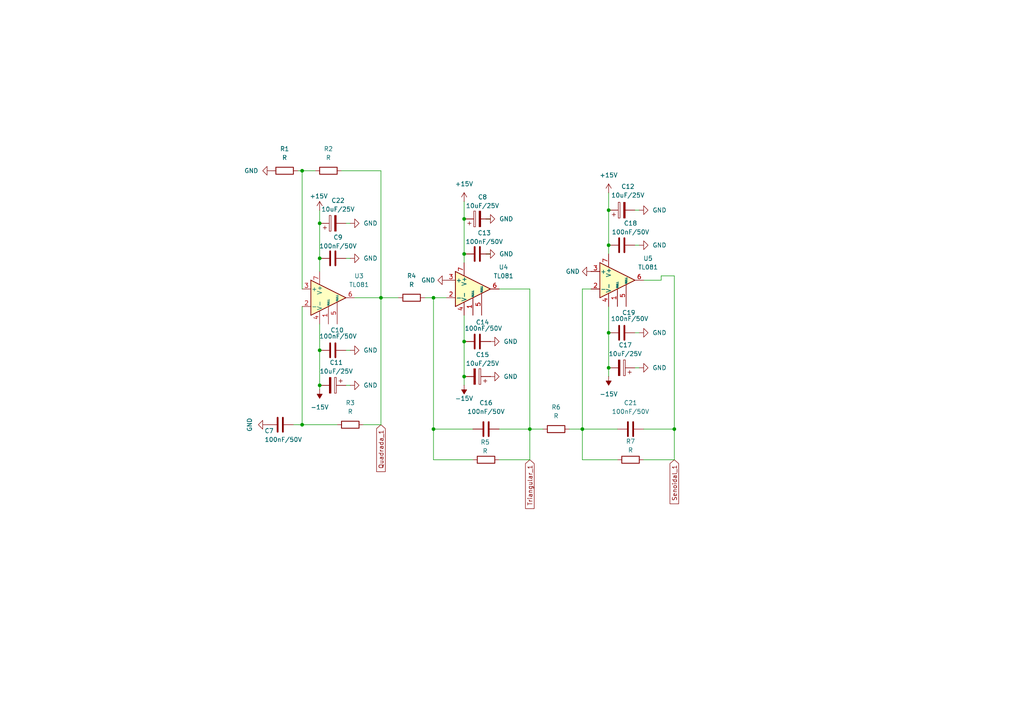
<source format=kicad_sch>
(kicad_sch (version 20231120) (generator "eeschema") (generator_version "8.0")
  (paper "A4")
  (lib_symbols
    (symbol "Amplifier_Operational:TL081" (pin_names (offset 0.127))
      (property "Reference" "U" (at 0 6.35 0))
      (property "Value" "TL081" (at 0 3.81 0))
      (symbol "TL081_0_1"
        (polyline (pts (xy -5.08 5.08) (xy 5.08 0) (xy -5.08 -5.08) (xy -5.08 5.08)) (stroke (width 0.254)) (fill (type background)))
      )
      (symbol "TL081_1_1"
        (pin input line (at 0 -7.62 90) (length 5.08) (name "NULL") (number "1"))
        (pin input line (at -7.62 -2.54 0) (length 2.54) (name "-") (number "2"))
        (pin input line (at -7.62 2.54 0) (length 2.54) (name "+") (number "3"))
        (pin power_in line (at -2.54 -7.62 90) (length 3.81) (name "V-") (number "4"))
        (pin input line (at 2.54 -7.62 90) (length 6.35) (name "NULL") (number "5"))
        (pin output line (at 7.62 0 180) (length 2.54) (name "~") (number "6"))
        (pin power_in line (at -2.54 7.62 270) (length 3.81) (name "V+") (number "7"))
        (pin no_connect line (at 0 2.54 270) (length 2.54) hide (name "NC") (number "8"))
      )
    )
    (symbol "Device:C" (pin_numbers hide) (pin_names (offset 0.254))
      (property "Reference" "C" (at 0.635 2.54 0))
      (property "Value" "C" (at 0.635 -2.54 0))
      (symbol "C_0_1"
        (polyline (pts (xy -2.032 -0.762) (xy 2.032 -0.762)) (stroke (width 0.508)))
        (polyline (pts (xy -2.032 0.762) (xy 2.032 0.762)) (stroke (width 0.508)))
      )
      (symbol "C_1_1"
        (pin passive line (at 0 3.81 270) (length 2.794) (name "~") (number "1"))
        (pin passive line (at 0 -3.81 90) (length 2.794) (name "~") (number "2"))
      )
    )
    (symbol "Device:C_Polarized" (pin_numbers hide) (pin_names (offset 0.254))
      (property "Reference" "C" (at 0.635 2.54 0))
      (property "Value" "C_Polarized" (at 0.635 -2.54 0))
      (symbol "C_Polarized_0_1"
        (rectangle (start -2.286 0.508) (end 2.286 1.016))
        (polyline (pts (xy -1.778 2.286) (xy -0.762 2.286)))
        (polyline (pts (xy -1.27 2.794) (xy -1.27 1.778)))
        (rectangle (start 2.286 -0.508) (end -2.286 -1.016) (fill (type outline)))
      )
      (symbol "C_Polarized_1_1"
        (pin passive line (at 0 3.81 270) (length 2.794) (name "~") (number "1"))
        (pin passive line (at 0 -3.81 90) (length 2.794) (name "~") (number "2"))
      )
    )
    (symbol "Device:R" (pin_numbers hide) (pin_names (offset 0))
      (property "Reference" "R" (at 2.032 0 90))
      (property "Value" "R" (at 0 0 90))
      (symbol "R_0_1"
        (rectangle (start -1.016 -2.54) (end 1.016 2.54) (stroke (width 0.254)))
      )
      (symbol "R_1_1"
        (pin passive line (at 0 3.81 270) (length 1.27) (name "~") (number "1"))
        (pin passive line (at 0 -3.81 90) (length 1.27) (name "~") (number "2"))
      )
    )
    (symbol "power:+15V" (power) (pin_numbers hide) (pin_names (offset 0) hide)
      (property "Value" "+15V" (at 0 3.556 0))
      (symbol "+15V_0_1"
        (polyline (pts (xy -0.762 1.27) (xy 0 2.54)))
        (polyline (pts (xy 0 0) (xy 0 2.54)))
        (polyline (pts (xy 0 2.54) (xy 0.762 1.27)))
      )
      (symbol "+15V_1_1"
        (pin power_in line (at 0 0 90) (length 0) (name "~") (number "1"))
      )
    )
    (symbol "power:-15V" (power) (pin_numbers hide) (pin_names (offset 0) hide)
      (property "Value" "-15V" (at 0 3.556 0))
      (symbol "-15V_0_0"
        (pin power_in line (at 0 0 90) (length 0) (name "~") (number "1"))
      )
      (symbol "-15V_0_1"
        (polyline (pts (xy 0 0) (xy 0 1.27) (xy 0.762 1.27) (xy 0 2.54) (xy -0.762 1.27) (xy 0 1.27)) (fill (type outline)))
      )
    )
    (symbol "power:GND" (power) (pin_numbers hide) (pin_names (offset 0) hide)
      (property "Value" "GND" (at 0 -3.81 0))
      (symbol "GND_0_1"
        (polyline (pts (xy 0 0) (xy 0 -1.27) (xy 1.27 -1.27) (xy 0 -2.54) (xy -1.27 -1.27) (xy 0 -1.27)))
      )
      (symbol "GND_1_1"
        (pin power_in line (at 0 0 270) (length 0) (name "~") (number "1"))
      )
    )
  )
  (junction (at 153.67 124.46))
  (junction (at 87.63 123.19))
  (junction (at 92.71 74.93))
  (junction (at 92.71 101.6))
  (junction (at 110.49 86.36))
  (junction (at 176.53 71.12))
  (junction (at 134.62 73.66))
  (junction (at 92.71 111.76))
  (junction (at 87.63 49.53))
  (junction (at 125.73 124.46))
  (junction (at 168.91 124.46))
  (junction (at 125.73 86.36))
  (junction (at 134.62 99.06))
  (junction (at 195.58 124.46))
  (junction (at 134.62 109.22))
  (junction (at 176.53 60.96))
  (junction (at 92.71 64.77))
  (junction (at 134.62 63.5))
  (junction (at 176.53 106.68))
  (junction (at 176.53 96.52))
  (wire (pts (xy 137.16 124.46) (xy 125.73 124.46)))
  (wire (pts (xy 191.77 80.01) (xy 195.58 80.01)))
  (wire (pts (xy 195.58 133.35) (xy 195.58 124.46)))
  (wire (pts (xy 92.71 74.93) (xy 92.71 78.74)))
  (wire (pts (xy 123.19 86.36) (xy 125.73 86.36)))
  (wire (pts (xy 153.67 124.46) (xy 157.48 124.46)))
  (wire (pts (xy 92.71 111.76) (xy 92.71 113.03)))
  (wire (pts (xy 179.07 124.46) (xy 168.91 124.46)))
  (wire (pts (xy 191.77 81.28) (xy 186.69 81.28)))
  (wire (pts (xy 105.41 123.19) (xy 110.49 123.19)))
  (wire (pts (xy 168.91 124.46) (xy 168.91 133.35)))
  (wire (pts (xy 85.09 123.19) (xy 87.63 123.19)))
  (wire (pts (xy 176.53 106.68) (xy 176.53 109.22)))
  (wire (pts (xy 195.58 124.46) (xy 195.58 80.01)))
  (wire (pts (xy 110.49 123.19) (xy 110.49 86.36)))
  (wire (pts (xy 168.91 83.82) (xy 171.45 83.82)))
  (wire (pts (xy 100.33 101.6) (xy 101.6 101.6)))
  (wire (pts (xy 144.78 83.82) (xy 153.67 83.82)))
  (wire (pts (xy 134.62 58.42) (xy 134.62 63.5)))
  (wire (pts (xy 100.33 64.77) (xy 101.6 64.77)))
  (wire (pts (xy 142.24 73.66) (xy 140.97 73.66)))
  (wire (pts (xy 102.87 86.36) (xy 110.49 86.36)))
  (wire (pts (xy 176.53 88.9) (xy 176.53 96.52)))
  (wire (pts (xy 92.71 64.77) (xy 92.71 74.93)))
  (wire (pts (xy 144.78 124.46) (xy 153.67 124.46)))
  (wire (pts (xy 134.62 109.22) (xy 134.62 111.76)))
  (wire (pts (xy 144.78 133.35) (xy 153.67 133.35)))
  (wire (pts (xy 87.63 88.9) (xy 87.63 123.19)))
  (wire (pts (xy 92.71 101.6) (xy 92.71 111.76)))
  (wire (pts (xy 125.73 124.46) (xy 125.73 86.36)))
  (wire (pts (xy 134.62 99.06) (xy 134.62 109.22)))
  (wire (pts (xy 110.49 49.53) (xy 110.49 86.36)))
  (wire (pts (xy 125.73 124.46) (xy 125.73 133.35)))
  (wire (pts (xy 184.15 60.96) (xy 185.42 60.96)))
  (wire (pts (xy 125.73 133.35) (xy 137.16 133.35)))
  (wire (pts (xy 87.63 49.53) (xy 87.63 83.82)))
  (wire (pts (xy 99.06 49.53) (xy 110.49 49.53)))
  (wire (pts (xy 176.53 60.96) (xy 176.53 71.12)))
  (wire (pts (xy 92.71 60.96) (xy 92.71 64.77)))
  (wire (pts (xy 91.44 49.53) (xy 87.63 49.53)))
  (wire (pts (xy 191.77 80.01) (xy 191.77 81.28)))
  (wire (pts (xy 92.71 93.98) (xy 92.71 101.6)))
  (wire (pts (xy 110.49 86.36) (xy 115.57 86.36)))
  (wire (pts (xy 184.15 96.52) (xy 185.42 96.52)))
  (wire (pts (xy 184.15 71.12) (xy 185.42 71.12)))
  (wire (pts (xy 165.1 124.46) (xy 168.91 124.46)))
  (wire (pts (xy 176.53 71.12) (xy 176.53 73.66)))
  (wire (pts (xy 134.62 73.66) (xy 134.62 76.2)))
  (wire (pts (xy 186.69 133.35) (xy 195.58 133.35)))
  (wire (pts (xy 100.33 74.93) (xy 101.6 74.93)))
  (wire (pts (xy 100.33 111.76) (xy 101.6 111.76)))
  (wire (pts (xy 134.62 63.5) (xy 134.62 73.66)))
  (wire (pts (xy 153.67 124.46) (xy 153.67 83.82)))
  (wire (pts (xy 87.63 123.19) (xy 97.79 123.19)))
  (wire (pts (xy 86.36 49.53) (xy 87.63 49.53)))
  (wire (pts (xy 186.69 124.46) (xy 195.58 124.46)))
  (wire (pts (xy 176.53 96.52) (xy 176.53 106.68)))
  (wire (pts (xy 153.67 133.35) (xy 153.67 124.46)))
  (wire (pts (xy 125.73 86.36) (xy 129.54 86.36)))
  (wire (pts (xy 134.62 91.44) (xy 134.62 99.06)))
  (wire (pts (xy 184.15 106.68) (xy 185.42 106.68)))
  (wire (pts (xy 176.53 55.88) (xy 176.53 60.96)))
  (wire (pts (xy 168.91 133.35) (xy 179.07 133.35)))
  (wire (pts (xy 168.91 124.46) (xy 168.91 83.82)))
  (wire (pts (xy 140.97 63.5) (xy 142.24 63.5)))
  (global_label "Triangular_1" (shape input) (at 153.67 133.35 270) (property "Intersheetrefs" "${INTERSHEET_REFS}" (effects (hide yes))))
  (global_label "Quadrada_1" (shape input) (at 110.49 123.19 270) (property "Intersheetrefs" "${INTERSHEET_REFS}" (effects (hide yes))))
  (global_label "Senoidal_1" (shape input) (at 195.58 133.35 270) (property "Intersheetrefs" "${INTERSHEET_REFS}" (effects (hide yes))))
  (symbol (lib_id "power:GND") (at 129.54 81.28 270) (unit 1)
    (property "Reference" "#PWR060" (effects (hide yes)))
    (property "Value" "GND" (at 126.2461 81.2799 90) (effects (justify right)))
    (property "Description" "Power symbol creates a global label with name \"GND\" , ground" (effects (hide yes)))
  )
  (symbol (lib_id "Device:C") (at 81.28 123.19 270) (unit 1)
    (property "Reference" "C7" (at 76.708 124.968 90) (effects (justify left)))
    (property "Value" "100nF/50V" (at 76.708 127.508 90) (effects (justify left)))
    (property "Footprint" "Capacitor_SMD:C_0805_2012Metric" (effects (hide yes)))
    (property "Description" "Unpolarized capacitor" (effects (hide yes)))
  )
  (symbol (lib_id "Device:R") (at 182.88 133.35 90) (unit 1)
    (property "Reference" "R7" (at 182.88 128.016 90))
    (property "Value" "R" (at 182.88 130.556 90))
    (property "Footprint" "Resistor_SMD:R_0805_2012Metric" (effects (hide yes)))
    (property "Description" "Resistor" (effects (hide yes)))
  )
  (symbol (lib_id "Device:C_Polarized") (at 180.34 106.68 270) (mirror x) (unit 1)
    (property "Reference" "C17" (at 181.356 100.076 90))
    (property "Value" "10uF/25V" (at 181.356 102.616 90))
    (property "Footprint" "Capacitor_SMD:CP_Elec_4x5.8" (effects (hide yes)))
    (property "Description" "Polarized capacitor" (effects (hide yes)))
  )
  (symbol (lib_id "Device:C") (at 96.52 101.6 90) (unit 1)
    (property "Reference" "C10" (at 97.79 95.758 90))
    (property "Value" "100nF/50V" (at 98.044 97.536 90))
    (property "Footprint" "Capacitor_SMD:C_0805_2012Metric" (effects (hide yes)))
    (property "Description" "Unpolarized capacitor" (effects (hide yes)))
  )
  (symbol (lib_id "Device:R") (at 161.29 124.46 90) (unit 1)
    (property "Reference" "R6" (at 161.29 118.11 90))
    (property "Value" "R" (at 161.29 120.65 90))
    (property "Footprint" "Resistor_SMD:R_0805_2012Metric" (effects (hide yes)))
    (property "Description" "Resistor" (effects (hide yes)))
  )
  (symbol (lib_id "Amplifier_Operational:TL081") (at 95.25 86.36 0) (unit 1)
    (property "Reference" "U3" (at 104.14 80.0414 0))
    (property "Value" "TL081" (at 104.14 82.5814 0))
    (property "Footprint" "Package_DIP:DIP-8_W7.62mm_LongPads" (effects (hide yes)))
    (property "Datasheet" "http://www.ti.com/lit/ds/symlink/tl081.pdf" (effects (hide yes)))
    (property "Description" "Single JFET-Input Operational Amplifiers, DIP-8/SOIC-8" (effects (hide yes)))
  )
  (symbol (lib_id "power:-15V") (at 92.71 113.03 180) (unit 1)
    (property "Reference" "#PWR011" (effects (hide yes)))
    (property "Value" "-15V" (at 92.71 118.11 0))
    (property "Description" "Power symbol creates a global label with name \"-15V\"" (effects (hide yes)))
  )
  (symbol (lib_id "power:GND") (at 77.47 123.19 270) (unit 1)
    (property "Reference" "#PWR039" (effects (hide yes)))
    (property "Value" "GND" (at 72.39 123.19 0))
    (property "Description" "Power symbol creates a global label with name \"GND\" , ground" (effects (hide yes)))
  )
  (symbol (lib_id "Device:C") (at 138.43 73.66 90) (unit 1)
    (property "Reference" "C13" (at 140.462 67.564 90))
    (property "Value" "100nF/50V" (at 140.462 70.104 90))
    (property "Footprint" "Capacitor_SMD:C_0805_2012Metric" (effects (hide yes)))
    (property "Description" "Unpolarized capacitor" (effects (hide yes)))
  )
  (symbol (lib_id "Device:R") (at 101.6 123.19 90) (unit 1)
    (property "Reference" "R3" (at 101.6 116.84 90))
    (property "Value" "R" (at 101.6 119.38 90))
    (property "Footprint" "Resistor_SMD:R_0805_2012Metric" (effects (hide yes)))
    (property "Description" "Resistor" (effects (hide yes)))
  )
  (symbol (lib_id "Device:C") (at 140.97 124.46 90) (unit 1)
    (property "Reference" "C16" (at 140.97 116.84 90))
    (property "Value" "100nF/50V" (at 140.97 119.38 90))
    (property "Footprint" "Capacitor_SMD:C_0805_2012Metric" (effects (hide yes)))
    (property "Description" "Unpolarized capacitor" (effects (hide yes)))
  )
  (symbol (lib_id "power:+15V") (at 92.71 60.96 0) (unit 1)
    (property "Reference" "#PWR010" (effects (hide yes)))
    (property "Value" "+15V" (at 92.456 56.896 0))
    (property "Description" "Power symbol creates a global label with name \"+15V\"" (effects (hide yes)))
  )
  (symbol (lib_id "Device:C_Polarized") (at 138.43 109.22 270) (mirror x) (unit 1)
    (property "Reference" "C15" (at 139.954 102.87 90))
    (property "Value" "10uF/25V" (at 139.954 105.41 90))
    (property "Footprint" "Capacitor_SMD:CP_Elec_4x5.8" (effects (hide yes)))
    (property "Description" "Polarized capacitor" (effects (hide yes)))
  )
  (symbol (lib_id "Device:R") (at 119.38 86.36 90) (unit 1)
    (property "Reference" "R4" (at 119.38 80.01 90))
    (property "Value" "R" (at 119.38 82.55 90))
    (property "Footprint" "Resistor_SMD:R_0805_2012Metric" (effects (hide yes)))
    (property "Description" "Resistor" (effects (hide yes)))
  )
  (symbol (lib_id "power:GND") (at 171.45 78.74 270) (unit 1)
    (property "Reference" "#PWR016" (effects (hide yes)))
    (property "Value" "GND" (at 168.1561 78.7399 90) (effects (justify right)))
    (property "Description" "Power symbol creates a global label with name \"GND\" , ground" (effects (hide yes)))
  )
  (symbol (lib_id "Device:C") (at 96.52 74.93 90) (unit 1)
    (property "Reference" "C9" (at 98.044 68.834 90))
    (property "Value" "100nF/50V" (at 98.044 71.374 90))
    (property "Footprint" "Capacitor_SMD:C_0805_2012Metric" (effects (hide yes)))
    (property "Description" "Unpolarized capacitor" (effects (hide yes)))
  )
  (symbol (lib_id "Device:C") (at 138.43 99.06 90) (unit 1)
    (property "Reference" "C14" (at 139.954 93.472 90))
    (property "Value" "100nF/50V" (at 140.208 95.25 90))
    (property "Footprint" "Capacitor_SMD:C_0805_2012Metric" (effects (hide yes)))
    (property "Description" "Unpolarized capacitor" (effects (hide yes)))
  )
  (symbol (lib_id "Device:R") (at 95.25 49.53 90) (unit 1)
    (property "Reference" "R2" (at 95.25 43.18 90))
    (property "Value" "R" (at 95.25 45.72 90))
    (property "Footprint" "Resistor_SMD:R_0805_2012Metric" (effects (hide yes)))
    (property "Description" "Resistor" (effects (hide yes)))
  )
  (symbol (lib_id "power:GND") (at 185.42 71.12 90) (unit 1)
    (property "Reference" "#PWR025" (effects (hide yes)))
    (property "Value" "GND" (at 189.23 71.1199 90) (effects (justify right)))
    (property "Description" "Power symbol creates a global label with name \"GND\" , ground" (effects (hide yes)))
  )
  (symbol (lib_id "Amplifier_Operational:TL081") (at 179.07 81.28 0) (unit 1)
    (property "Reference" "U5" (at 187.96 74.9614 0))
    (property "Value" "TL081" (at 187.96 77.5014 0))
    (property "Footprint" "Package_DIP:DIP-8_W7.62mm_LongPads" (effects (hide yes)))
    (property "Datasheet" "http://www.ti.com/lit/ds/symlink/tl081.pdf" (effects (hide yes)))
    (property "Description" "Single JFET-Input Operational Amplifiers, DIP-8/SOIC-8" (effects (hide yes)))
  )
  (symbol (lib_id "power:GND") (at 142.24 99.06 90) (unit 1)
    (property "Reference" "#PWR015" (effects (hide yes)))
    (property "Value" "GND" (at 146.05 99.0599 90) (effects (justify right)))
    (property "Description" "Power symbol creates a global label with name \"GND\" , ground" (effects (hide yes)))
  )
  (symbol (lib_id "power:+15V") (at 134.62 58.42 0) (unit 1)
    (property "Reference" "#PWR017" (effects (hide yes)))
    (property "Value" "+15V" (at 134.62 53.34 0))
    (property "Description" "Power symbol creates a global label with name \"+15V\"" (effects (hide yes)))
  )
  (symbol (lib_id "power:GND") (at 101.6 111.76 90) (unit 1)
    (property "Reference" "#PWR014" (effects (hide yes)))
    (property "Value" "GND" (at 105.41 111.7599 90) (effects (justify right)))
    (property "Description" "Power symbol creates a global label with name \"GND\" , ground" (effects (hide yes)))
  )
  (symbol (lib_id "Device:R") (at 140.97 133.35 90) (unit 1)
    (property "Reference" "R5" (at 140.716 128.27 90))
    (property "Value" "R" (at 140.716 130.81 90))
    (property "Footprint" "Resistor_SMD:R_0805_2012Metric" (effects (hide yes)))
    (property "Description" "Resistor" (effects (hide yes)))
  )
  (symbol (lib_id "power:-15V") (at 134.62 111.76 180) (unit 1)
    (property "Reference" "#PWR018" (effects (hide yes)))
    (property "Value" "-15V" (at 134.62 115.57 0))
    (property "Description" "Power symbol creates a global label with name \"-15V\"" (effects (hide yes)))
  )
  (symbol (lib_id "Device:C_Polarized") (at 96.52 111.76 270) (unit 1)
    (property "Reference" "C11" (at 97.536 105.156 90))
    (property "Value" "10uF/25V" (at 97.536 107.696 90))
    (property "Footprint" "Capacitor_SMD:CP_Elec_4x5.8" (effects (hide yes)))
    (property "Description" "Polarized capacitor" (effects (hide yes)))
  )
  (symbol (lib_id "Device:C_Polarized") (at 180.34 60.96 90) (unit 1)
    (property "Reference" "C12" (at 182.118 54.102 90))
    (property "Value" "10uF/25V" (at 182.118 56.642 90))
    (property "Footprint" "Capacitor_SMD:CP_Elec_4x5.8" (effects (hide yes)))
    (property "Description" "Polarized capacitor" (effects (hide yes)))
  )
  (symbol (lib_id "Device:C") (at 182.88 124.46 90) (unit 1)
    (property "Reference" "C21" (at 182.88 116.84 90))
    (property "Value" "100nF/50V" (at 182.88 119.38 90))
    (property "Footprint" "Capacitor_SMD:C_0805_2012Metric" (effects (hide yes)))
    (property "Description" "Unpolarized capacitor" (effects (hide yes)))
  )
  (symbol (lib_id "power:+15V") (at 176.53 55.88 0) (unit 1)
    (property "Reference" "#PWR023" (effects (hide yes)))
    (property "Value" "+15V" (at 176.53 50.8 0))
    (property "Description" "Power symbol creates a global label with name \"+15V\"" (effects (hide yes)))
  )
  (symbol (lib_id "power:GND") (at 101.6 64.77 90) (unit 1)
    (property "Reference" "#PWR012" (effects (hide yes)))
    (property "Value" "GND" (at 105.41 64.7699 90) (effects (justify right)))
    (property "Description" "Power symbol creates a global label with name \"GND\" , ground" (effects (hide yes)))
  )
  (symbol (lib_id "Device:R") (at 82.55 49.53 90) (unit 1)
    (property "Reference" "R1" (at 82.55 43.18 90))
    (property "Value" "R" (at 82.55 45.72 90))
    (property "Footprint" "Resistor_SMD:R_0805_2012Metric" (effects (hide yes)))
    (property "Description" "Resistor" (effects (hide yes)))
  )
  (symbol (lib_id "Amplifier_Operational:TL081") (at 137.16 83.82 0) (unit 1)
    (property "Reference" "U4" (at 146.05 77.5014 0))
    (property "Value" "TL081" (at 146.05 80.0414 0))
    (property "Footprint" "Package_DIP:DIP-8_W7.62mm_LongPads" (effects (hide yes)))
    (property "Datasheet" "http://www.ti.com/lit/ds/symlink/tl081.pdf" (effects (hide yes)))
    (property "Description" "Single JFET-Input Operational Amplifiers, DIP-8/SOIC-8" (effects (hide yes)))
  )
  (symbol (lib_id "power:GND") (at 185.42 106.68 90) (unit 1)
    (property "Reference" "#PWR027" (effects (hide yes)))
    (property "Value" "GND" (at 189.23 106.6799 90) (effects (justify right)))
    (property "Description" "Power symbol creates a global label with name \"GND\" , ground" (effects (hide yes)))
  )
  (symbol (lib_id "power:-15V") (at 176.53 109.22 180) (unit 1)
    (property "Reference" "#PWR024" (effects (hide yes)))
    (property "Value" "-15V" (at 176.53 114.3 0))
    (property "Description" "Power symbol creates a global label with name \"-15V\"" (effects (hide yes)))
  )
  (symbol (lib_id "power:GND") (at 78.74 49.53 270) (unit 1)
    (property "Reference" "#PWR08" (effects (hide yes)))
    (property "Value" "GND" (at 74.93 49.5299 90) (effects (justify right)))
    (property "Description" "Power symbol creates a global label with name \"GND\" , ground" (effects (hide yes)))
  )
  (symbol (lib_id "power:GND") (at 140.97 73.66 90) (unit 1)
    (property "Reference" "#PWR020" (effects (hide yes)))
    (property "Value" "GND" (at 144.78 73.6599 90) (effects (justify right)))
    (property "Description" "Power symbol creates a global label with name \"GND\" , ground" (effects (hide yes)))
  )
  (symbol (lib_id "power:GND") (at 185.42 96.52 90) (unit 1)
    (property "Reference" "#PWR026" (effects (hide yes)))
    (property "Value" "GND" (at 189.23 96.5199 90) (effects (justify right)))
    (property "Description" "Power symbol creates a global label with name \"GND\" , ground" (effects (hide yes)))
  )
  (symbol (lib_id "Device:C_Polarized") (at 96.52 64.77 90) (unit 1)
    (property "Reference" "C22" (at 98.044 58.166 90))
    (property "Value" "10uF/25V" (at 98.044 60.706 90))
    (property "Footprint" "Capacitor_SMD:CP_Elec_4x5.8" (effects (hide yes)))
    (property "Description" "Polarized capacitor" (effects (hide yes)))
  )
  (symbol (lib_id "power:GND") (at 185.42 60.96 90) (unit 1)
    (property "Reference" "#PWR022" (effects (hide yes)))
    (property "Value" "GND" (at 189.23 60.9599 90) (effects (justify right)))
    (property "Description" "Power symbol creates a global label with name \"GND\" , ground" (effects (hide yes)))
  )
  (symbol (lib_id "Device:C_Polarized") (at 138.43 63.5 90) (unit 1)
    (property "Reference" "C8" (at 139.954 57.15 90))
    (property "Value" "10uF/25V" (at 139.954 59.69 90))
    (property "Footprint" "Capacitor_SMD:CP_Elec_4x5.8" (effects (hide yes)))
    (property "Description" "Polarized capacitor" (effects (hide yes)))
  )
  (symbol (lib_id "power:GND") (at 101.6 74.93 90) (unit 1)
    (property "Reference" "#PWR013" (effects (hide yes)))
    (property "Value" "GND" (at 105.41 74.9299 90) (effects (justify right)))
    (property "Description" "Power symbol creates a global label with name \"GND\" , ground" (effects (hide yes)))
  )
  (symbol (lib_id "power:GND") (at 101.6 101.6 90) (unit 1)
    (property "Reference" "#PWR09" (effects (hide yes)))
    (property "Value" "GND" (at 105.41 101.5999 90) (effects (justify right)))
    (property "Description" "Power symbol creates a global label with name \"GND\" , ground" (effects (hide yes)))
  )
  (symbol (lib_id "Device:C") (at 180.34 71.12 90) (unit 1)
    (property "Reference" "C18" (at 182.88 64.77 90))
    (property "Value" "100nF/50V" (at 182.88 67.31 90))
    (property "Footprint" "Capacitor_SMD:C_0805_2012Metric" (effects (hide yes)))
    (property "Description" "Unpolarized capacitor" (effects (hide yes)))
  )
  (symbol (lib_id "power:GND") (at 142.24 109.22 90) (unit 1)
    (property "Reference" "#PWR021" (effects (hide yes)))
    (property "Value" "GND" (at 146.05 109.2199 90) (effects (justify right)))
    (property "Description" "Power symbol creates a global label with name \"GND\" , ground" (effects (hide yes)))
  )
  (symbol (lib_id "power:GND") (at 140.97 63.5 90) (unit 1)
    (property "Reference" "#PWR019" (effects (hide yes)))
    (property "Value" "GND" (at 144.78 63.4999 90) (effects (justify right)))
    (property "Description" "Power symbol creates a global label with name \"GND\" , ground" (effects (hide yes)))
  )
  (symbol (lib_id "Device:C") (at 180.34 96.52 90) (unit 1)
    (property "Reference" "C19" (at 182.372 90.678 90))
    (property "Value" "100nF/50V" (at 182.626 92.456 90))
    (property "Footprint" "Capacitor_SMD:C_0805_2012Metric" (effects (hide yes)))
    (property "Description" "Unpolarized capacitor" (effects (hide yes)))
  )
)
</source>
